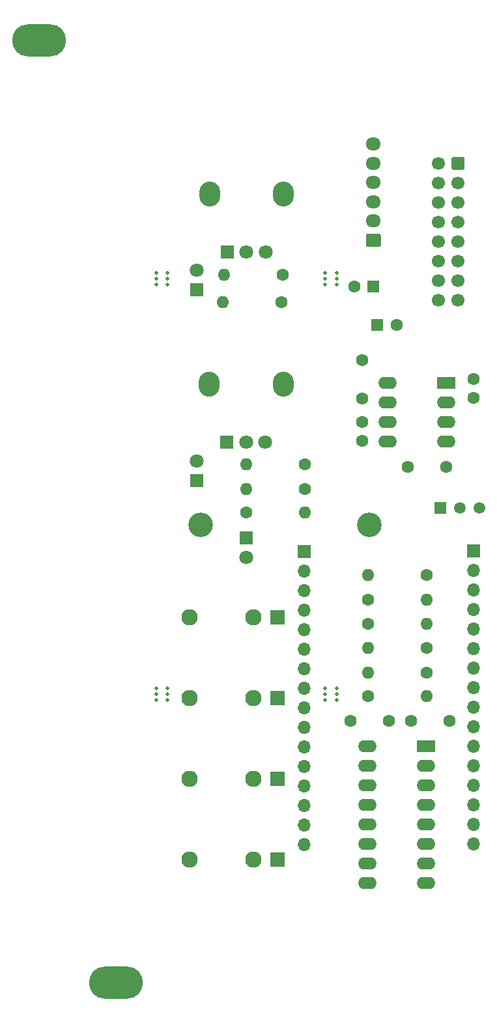
<source format=gbr>
%TF.GenerationSoftware,KiCad,Pcbnew,5.1.9+dfsg1-1~bpo10+1*%
%TF.CreationDate,2021-12-28T01:34:00+08:00*%
%TF.ProjectId,MiniVCA 1.1,4d696e69-5643-4412-9031-2e312e6b6963,rev?*%
%TF.SameCoordinates,Original*%
%TF.FileFunction,Soldermask,Bot*%
%TF.FilePolarity,Negative*%
%FSLAX46Y46*%
G04 Gerber Fmt 4.6, Leading zero omitted, Abs format (unit mm)*
G04 Created by KiCad (PCBNEW 5.1.9+dfsg1-1~bpo10+1) date 2021-12-28 01:34:00*
%MOMM*%
%LPD*%
G01*
G04 APERTURE LIST*
%ADD10O,2.400000X1.600000*%
%ADD11R,2.400000X1.600000*%
%ADD12O,7.000000X4.200000*%
%ADD13C,0.500000*%
%ADD14O,1.600000X1.600000*%
%ADD15C,1.600000*%
%ADD16C,3.200000*%
%ADD17R,1.500000X1.500000*%
%ADD18C,1.500000*%
%ADD19R,1.600000X1.600000*%
%ADD20R,1.800000X1.800000*%
%ADD21C,1.800000*%
%ADD22R,1.830000X1.930000*%
%ADD23C,2.130000*%
%ADD24O,1.950000X1.700000*%
%ADD25C,1.700000*%
%ADD26O,2.720000X3.240000*%
%ADD27R,1.700000X1.700000*%
%ADD28O,1.700000X1.700000*%
G04 APERTURE END LIST*
D10*
%TO.C,U1*%
X97680000Y-134800000D03*
X105300000Y-152580000D03*
X97680000Y-137340000D03*
X105300000Y-150040000D03*
X97680000Y-139880000D03*
X105300000Y-147500000D03*
X97680000Y-142420000D03*
X105300000Y-144960000D03*
X97680000Y-144960000D03*
X105300000Y-142420000D03*
X97680000Y-147500000D03*
X105300000Y-139880000D03*
X97680000Y-150040000D03*
X105300000Y-137340000D03*
X97680000Y-152580000D03*
D11*
X105300000Y-134800000D03*
%TD*%
D12*
%TO.C,REF\u002A\u002A*%
X65000000Y-165500000D03*
X55000000Y-43000000D03*
%TD*%
D13*
%TO.C,REF\u002A\u002A*%
X93750000Y-127250000D03*
X93750000Y-128750000D03*
X92250000Y-128750000D03*
X92250000Y-127250000D03*
X93750000Y-128000000D03*
X92250000Y-128000000D03*
%TD*%
%TO.C,REF\u002A\u002A*%
X93750000Y-73250000D03*
X93750000Y-74750000D03*
X92250000Y-74750000D03*
X92250000Y-73250000D03*
X93750000Y-74000000D03*
X92250000Y-74000000D03*
%TD*%
D14*
%TO.C,R10*%
X97780000Y-122000000D03*
D15*
X105400000Y-122000000D03*
%TD*%
D14*
%TO.C,R5*%
X105420000Y-128300000D03*
D15*
X97800000Y-128300000D03*
%TD*%
%TO.C,C6*%
X97000000Y-92600000D03*
X97000000Y-95100000D03*
%TD*%
D11*
%TO.C,U2*%
X108000000Y-87500000D03*
D10*
X100380000Y-95120000D03*
X108000000Y-90040000D03*
X100380000Y-92580000D03*
X108000000Y-92580000D03*
X100380000Y-90040000D03*
X108000000Y-95120000D03*
X100380000Y-87500000D03*
%TD*%
D16*
%TO.C,REF\u002A\u002A*%
X98000000Y-106000000D03*
%TD*%
%TO.C,REF\u002A\u002A*%
X76000000Y-106000000D03*
%TD*%
D13*
%TO.C,REF\u002A\u002A*%
X71750000Y-127250000D03*
X71750000Y-128750000D03*
X70250000Y-128750000D03*
X70250000Y-127250000D03*
X71750000Y-128000000D03*
X70250000Y-128000000D03*
%TD*%
%TO.C,REF\u002A\u002A*%
X71750000Y-73250000D03*
X71750000Y-74750000D03*
X70250000Y-74750000D03*
X70250000Y-73250000D03*
X71750000Y-74000000D03*
X70250000Y-74000000D03*
%TD*%
D17*
%TO.C,Q1*%
X107200000Y-103800000D03*
D18*
X112280000Y-103800000D03*
X109740000Y-103800000D03*
%TD*%
D15*
%TO.C,C1*%
X101500000Y-80000000D03*
D19*
X99000000Y-80000000D03*
%TD*%
%TO.C,C2*%
X98500000Y-75000000D03*
D15*
X96000000Y-75000000D03*
%TD*%
%TO.C,C3*%
X100500000Y-131500000D03*
X95500000Y-131500000D03*
%TD*%
%TO.C,C4*%
X108400000Y-131500000D03*
X103400000Y-131500000D03*
%TD*%
%TO.C,C5*%
X111500000Y-89500000D03*
X111500000Y-87000000D03*
%TD*%
%TO.C,C7*%
X97000000Y-84600000D03*
X97000000Y-89600000D03*
%TD*%
%TO.C,C8*%
X103000000Y-98500000D03*
X108000000Y-98500000D03*
%TD*%
D20*
%TO.C,D1*%
X75500000Y-75450000D03*
D21*
X75500000Y-72910000D03*
%TD*%
%TO.C,D2*%
X75500000Y-97710000D03*
D20*
X75500000Y-100250000D03*
%TD*%
D22*
%TO.C,J1*%
X86000000Y-118000000D03*
D23*
X82900000Y-118000000D03*
X74600000Y-118000000D03*
%TD*%
%TO.C,J2*%
X74600000Y-128500000D03*
X82900000Y-128500000D03*
D22*
X86000000Y-128500000D03*
%TD*%
%TO.C,J3*%
X86000000Y-139000000D03*
D23*
X82900000Y-139000000D03*
X74600000Y-139000000D03*
%TD*%
%TO.C,J4*%
X74600000Y-149500000D03*
X82900000Y-149500000D03*
D22*
X86000000Y-149500000D03*
%TD*%
%TO.C,J5*%
G36*
G01*
X99225000Y-69850000D02*
X97775000Y-69850000D01*
G75*
G02*
X97525000Y-69600000I0J250000D01*
G01*
X97525000Y-68400000D01*
G75*
G02*
X97775000Y-68150000I250000J0D01*
G01*
X99225000Y-68150000D01*
G75*
G02*
X99475000Y-68400000I0J-250000D01*
G01*
X99475000Y-69600000D01*
G75*
G02*
X99225000Y-69850000I-250000J0D01*
G01*
G37*
D24*
X98500000Y-66500000D03*
X98500000Y-64000000D03*
X98500000Y-61500000D03*
X98500000Y-59000000D03*
X98500000Y-56500000D03*
%TD*%
%TO.C,J6*%
G36*
G01*
X110350000Y-58400000D02*
X110350000Y-59600000D01*
G75*
G02*
X110100000Y-59850000I-250000J0D01*
G01*
X108900000Y-59850000D01*
G75*
G02*
X108650000Y-59600000I0J250000D01*
G01*
X108650000Y-58400000D01*
G75*
G02*
X108900000Y-58150000I250000J0D01*
G01*
X110100000Y-58150000D01*
G75*
G02*
X110350000Y-58400000I0J-250000D01*
G01*
G37*
D25*
X109500000Y-61540000D03*
X109500000Y-64080000D03*
X109500000Y-66620000D03*
X109500000Y-69160000D03*
X109500000Y-71700000D03*
X109500000Y-74240000D03*
X109500000Y-76780000D03*
X106960000Y-59000000D03*
X106960000Y-61540000D03*
X106960000Y-64080000D03*
X106960000Y-66620000D03*
X106960000Y-69160000D03*
X106960000Y-71700000D03*
X106960000Y-74240000D03*
X106960000Y-76780000D03*
%TD*%
D15*
%TO.C,R1*%
X86700000Y-73500000D03*
D14*
X79080000Y-73500000D03*
%TD*%
D15*
%TO.C,R2*%
X89600000Y-98100000D03*
D14*
X81980000Y-98100000D03*
%TD*%
D15*
%TO.C,R3*%
X89600000Y-101300000D03*
D14*
X81980000Y-101300000D03*
%TD*%
D15*
%TO.C,R4*%
X86500000Y-77000000D03*
D14*
X78880000Y-77000000D03*
%TD*%
%TO.C,R6*%
X105420000Y-118900000D03*
D15*
X97800000Y-118900000D03*
%TD*%
D14*
%TO.C,R7*%
X97780000Y-125200000D03*
D15*
X105400000Y-125200000D03*
%TD*%
%TO.C,R8*%
X105400000Y-112500000D03*
D14*
X97780000Y-112500000D03*
%TD*%
D15*
%TO.C,R9*%
X97800000Y-115700000D03*
D14*
X105420000Y-115700000D03*
%TD*%
D26*
%TO.C,RV1*%
X77200000Y-63000000D03*
X86800000Y-63000000D03*
D21*
X82000000Y-70500000D03*
X84500000Y-70500000D03*
D20*
X79500000Y-70500000D03*
%TD*%
%TO.C,RV2*%
X79450000Y-95250000D03*
D21*
X84450000Y-95250000D03*
X81950000Y-95250000D03*
D26*
X86750000Y-87750000D03*
X77150000Y-87750000D03*
%TD*%
D20*
%TO.C,D3*%
X82000000Y-107700000D03*
D21*
X82000000Y-110240000D03*
%TD*%
D15*
%TO.C,R11*%
X82000000Y-104400000D03*
D14*
X89620000Y-104400000D03*
%TD*%
D27*
%TO.C,J7*%
X89500000Y-109500000D03*
D28*
X89500000Y-112040000D03*
X89500000Y-114580000D03*
X89500000Y-117120000D03*
X89500000Y-119660000D03*
X89500000Y-122200000D03*
X89500000Y-124740000D03*
X89500000Y-127280000D03*
X89500000Y-129820000D03*
X89500000Y-132360000D03*
X89500000Y-134900000D03*
X89500000Y-137440000D03*
X89500000Y-139980000D03*
X89500000Y-142520000D03*
X89500000Y-145060000D03*
X89500000Y-147600000D03*
%TD*%
D27*
%TO.C,J8*%
X111500000Y-109400000D03*
D28*
X111500000Y-111940000D03*
X111500000Y-114480000D03*
X111500000Y-117020000D03*
X111500000Y-119560000D03*
X111500000Y-122100000D03*
X111500000Y-124640000D03*
X111500000Y-127180000D03*
X111500000Y-129720000D03*
X111500000Y-132260000D03*
X111500000Y-134800000D03*
X111500000Y-137340000D03*
X111500000Y-139880000D03*
X111500000Y-142420000D03*
X111500000Y-144960000D03*
X111500000Y-147500000D03*
%TD*%
M02*

</source>
